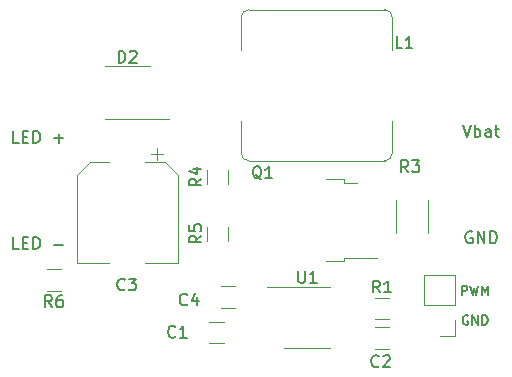
<source format=gbr>
%TF.GenerationSoftware,KiCad,Pcbnew,5.1.6*%
%TF.CreationDate,2020-09-21T04:05:30+02:00*%
%TF.ProjectId,AL8853_Led_driver,414c3838-3533-45f4-9c65-645f64726976,rev?*%
%TF.SameCoordinates,Original*%
%TF.FileFunction,Legend,Top*%
%TF.FilePolarity,Positive*%
%FSLAX46Y46*%
G04 Gerber Fmt 4.6, Leading zero omitted, Abs format (unit mm)*
G04 Created by KiCad (PCBNEW 5.1.6) date 2020-09-21 04:05:30*
%MOMM*%
%LPD*%
G01*
G04 APERTURE LIST*
%ADD10C,0.150000*%
%ADD11C,0.120000*%
G04 APERTURE END LIST*
D10*
X111390476Y-128100000D02*
X111314285Y-128061904D01*
X111200000Y-128061904D01*
X111085714Y-128100000D01*
X111009523Y-128176190D01*
X110971428Y-128252380D01*
X110933333Y-128404761D01*
X110933333Y-128519047D01*
X110971428Y-128671428D01*
X111009523Y-128747619D01*
X111085714Y-128823809D01*
X111200000Y-128861904D01*
X111276190Y-128861904D01*
X111390476Y-128823809D01*
X111428571Y-128785714D01*
X111428571Y-128519047D01*
X111276190Y-128519047D01*
X111771428Y-128861904D02*
X111771428Y-128061904D01*
X112228571Y-128861904D01*
X112228571Y-128061904D01*
X112609523Y-128861904D02*
X112609523Y-128061904D01*
X112800000Y-128061904D01*
X112914285Y-128100000D01*
X112990476Y-128176190D01*
X113028571Y-128252380D01*
X113066666Y-128404761D01*
X113066666Y-128519047D01*
X113028571Y-128671428D01*
X112990476Y-128747619D01*
X112914285Y-128823809D01*
X112800000Y-128861904D01*
X112609523Y-128861904D01*
X110876190Y-126361904D02*
X110876190Y-125561904D01*
X111180952Y-125561904D01*
X111257142Y-125600000D01*
X111295238Y-125638095D01*
X111333333Y-125714285D01*
X111333333Y-125828571D01*
X111295238Y-125904761D01*
X111257142Y-125942857D01*
X111180952Y-125980952D01*
X110876190Y-125980952D01*
X111600000Y-125561904D02*
X111790476Y-126361904D01*
X111942857Y-125790476D01*
X112095238Y-126361904D01*
X112285714Y-125561904D01*
X112590476Y-126361904D02*
X112590476Y-125561904D01*
X112857142Y-126133333D01*
X113123809Y-125561904D01*
X113123809Y-126361904D01*
X73357142Y-113452380D02*
X72880952Y-113452380D01*
X72880952Y-112452380D01*
X73690476Y-112928571D02*
X74023809Y-112928571D01*
X74166666Y-113452380D02*
X73690476Y-113452380D01*
X73690476Y-112452380D01*
X74166666Y-112452380D01*
X74595238Y-113452380D02*
X74595238Y-112452380D01*
X74833333Y-112452380D01*
X74976190Y-112500000D01*
X75071428Y-112595238D01*
X75119047Y-112690476D01*
X75166666Y-112880952D01*
X75166666Y-113023809D01*
X75119047Y-113214285D01*
X75071428Y-113309523D01*
X74976190Y-113404761D01*
X74833333Y-113452380D01*
X74595238Y-113452380D01*
X76357142Y-113071428D02*
X77119047Y-113071428D01*
X76738095Y-113452380D02*
X76738095Y-112690476D01*
X73357142Y-122452380D02*
X72880952Y-122452380D01*
X72880952Y-121452380D01*
X73690476Y-121928571D02*
X74023809Y-121928571D01*
X74166666Y-122452380D02*
X73690476Y-122452380D01*
X73690476Y-121452380D01*
X74166666Y-121452380D01*
X74595238Y-122452380D02*
X74595238Y-121452380D01*
X74833333Y-121452380D01*
X74976190Y-121500000D01*
X75071428Y-121595238D01*
X75119047Y-121690476D01*
X75166666Y-121880952D01*
X75166666Y-122023809D01*
X75119047Y-122214285D01*
X75071428Y-122309523D01*
X74976190Y-122404761D01*
X74833333Y-122452380D01*
X74595238Y-122452380D01*
X76357142Y-122071428D02*
X77119047Y-122071428D01*
X110976190Y-111952380D02*
X111309523Y-112952380D01*
X111642857Y-111952380D01*
X111976190Y-112952380D02*
X111976190Y-111952380D01*
X111976190Y-112333333D02*
X112071428Y-112285714D01*
X112261904Y-112285714D01*
X112357142Y-112333333D01*
X112404761Y-112380952D01*
X112452380Y-112476190D01*
X112452380Y-112761904D01*
X112404761Y-112857142D01*
X112357142Y-112904761D01*
X112261904Y-112952380D01*
X112071428Y-112952380D01*
X111976190Y-112904761D01*
X113309523Y-112952380D02*
X113309523Y-112428571D01*
X113261904Y-112333333D01*
X113166666Y-112285714D01*
X112976190Y-112285714D01*
X112880952Y-112333333D01*
X113309523Y-112904761D02*
X113214285Y-112952380D01*
X112976190Y-112952380D01*
X112880952Y-112904761D01*
X112833333Y-112809523D01*
X112833333Y-112714285D01*
X112880952Y-112619047D01*
X112976190Y-112571428D01*
X113214285Y-112571428D01*
X113309523Y-112523809D01*
X113642857Y-112285714D02*
X114023809Y-112285714D01*
X113785714Y-111952380D02*
X113785714Y-112809523D01*
X113833333Y-112904761D01*
X113928571Y-112952380D01*
X114023809Y-112952380D01*
X111738095Y-121000000D02*
X111642857Y-120952380D01*
X111500000Y-120952380D01*
X111357142Y-121000000D01*
X111261904Y-121095238D01*
X111214285Y-121190476D01*
X111166666Y-121380952D01*
X111166666Y-121523809D01*
X111214285Y-121714285D01*
X111261904Y-121809523D01*
X111357142Y-121904761D01*
X111500000Y-121952380D01*
X111595238Y-121952380D01*
X111738095Y-121904761D01*
X111785714Y-121857142D01*
X111785714Y-121523809D01*
X111595238Y-121523809D01*
X112214285Y-121952380D02*
X112214285Y-120952380D01*
X112785714Y-121952380D01*
X112785714Y-120952380D01*
X113261904Y-121952380D02*
X113261904Y-120952380D01*
X113500000Y-120952380D01*
X113642857Y-121000000D01*
X113738095Y-121095238D01*
X113785714Y-121190476D01*
X113833333Y-121380952D01*
X113833333Y-121523809D01*
X113785714Y-121714285D01*
X113738095Y-121809523D01*
X113642857Y-121904761D01*
X113500000Y-121952380D01*
X113261904Y-121952380D01*
D11*
%TO.C,U1*%
X97790000Y-130830000D02*
X99740000Y-130830000D01*
X97790000Y-130830000D02*
X95840000Y-130830000D01*
X97790000Y-125710000D02*
X99740000Y-125710000D01*
X97790000Y-125710000D02*
X94340000Y-125710000D01*
%TO.C,J2*%
X110330000Y-124630000D02*
X107670000Y-124630000D01*
X110330000Y-127230000D02*
X110330000Y-124630000D01*
X107670000Y-127230000D02*
X107670000Y-124630000D01*
X110330000Y-127230000D02*
X107670000Y-127230000D01*
X110330000Y-128500000D02*
X110330000Y-129830000D01*
X110330000Y-129830000D02*
X109000000Y-129830000D01*
%TO.C,R1*%
X103497936Y-128410000D02*
X104702064Y-128410000D01*
X103497936Y-126590000D02*
X104702064Y-126590000D01*
%TO.C,R6*%
X76932064Y-124185000D02*
X75727936Y-124185000D01*
X76932064Y-126005000D02*
X75727936Y-126005000D01*
%TO.C,R5*%
X91080000Y-121757064D02*
X91080000Y-120552936D01*
X89260000Y-121757064D02*
X89260000Y-120552936D01*
%TO.C,R4*%
X91080000Y-116937064D02*
X91080000Y-115732936D01*
X89260000Y-116937064D02*
X89260000Y-115732936D01*
%TO.C,R3*%
X105320000Y-118267936D02*
X105320000Y-121072064D01*
X108040000Y-118267936D02*
X108040000Y-121072064D01*
%TO.C,Q1*%
X100895000Y-116835000D02*
X101995000Y-116835000D01*
X100895000Y-116565000D02*
X100895000Y-116835000D01*
X99395000Y-116565000D02*
X100895000Y-116565000D01*
X100895000Y-123195000D02*
X103725000Y-123195000D01*
X100895000Y-123465000D02*
X100895000Y-123195000D01*
X99395000Y-123465000D02*
X100895000Y-123465000D01*
%TO.C,L1*%
X92190000Y-105585000D02*
X92190000Y-102835000D01*
X104990000Y-105585000D02*
X104990000Y-102835000D01*
X92190000Y-114335000D02*
X92190000Y-111585000D01*
X92840000Y-102185000D02*
X104340000Y-102185000D01*
X104990000Y-114335000D02*
X104990000Y-111585000D01*
X104340000Y-114985000D02*
X92840000Y-114985000D01*
X92840000Y-114985000D02*
G75*
G02*
X92190000Y-114335000I0J650000D01*
G01*
X92190000Y-102835000D02*
G75*
G02*
X92840000Y-102185000I650000J0D01*
G01*
X104340000Y-102185000D02*
G75*
G02*
X104990000Y-102835000I0J-650000D01*
G01*
X104990000Y-114335000D02*
G75*
G02*
X104340000Y-114985000I-650000J0D01*
G01*
%TO.C,D2*%
X80650000Y-106960000D02*
X84450000Y-106960000D01*
X80650000Y-111480000D02*
X86050000Y-111480000D01*
%TO.C,C4*%
X91702064Y-125590000D02*
X90497936Y-125590000D01*
X91702064Y-127410000D02*
X90497936Y-127410000D01*
%TO.C,C3*%
X85560000Y-114380000D02*
X84560000Y-114380000D01*
X85060000Y-113880000D02*
X85060000Y-114880000D01*
X79354437Y-115120000D02*
X78290000Y-116184437D01*
X85745563Y-115120000D02*
X86810000Y-116184437D01*
X85745563Y-115120000D02*
X84060000Y-115120000D01*
X79354437Y-115120000D02*
X81040000Y-115120000D01*
X78290000Y-116184437D02*
X78290000Y-123640000D01*
X86810000Y-116184437D02*
X86810000Y-123640000D01*
X86810000Y-123640000D02*
X84060000Y-123640000D01*
X78290000Y-123640000D02*
X81040000Y-123640000D01*
%TO.C,C2*%
X103497936Y-130910000D02*
X104702064Y-130910000D01*
X103497936Y-129090000D02*
X104702064Y-129090000D01*
%TO.C,C1*%
X90702064Y-128630000D02*
X89497936Y-128630000D01*
X90702064Y-130450000D02*
X89497936Y-130450000D01*
%TO.C,U1*%
D10*
X97028095Y-124322380D02*
X97028095Y-125131904D01*
X97075714Y-125227142D01*
X97123333Y-125274761D01*
X97218571Y-125322380D01*
X97409047Y-125322380D01*
X97504285Y-125274761D01*
X97551904Y-125227142D01*
X97599523Y-125131904D01*
X97599523Y-124322380D01*
X98599523Y-125322380D02*
X98028095Y-125322380D01*
X98313809Y-125322380D02*
X98313809Y-124322380D01*
X98218571Y-124465238D01*
X98123333Y-124560476D01*
X98028095Y-124608095D01*
%TO.C,R1*%
X103933333Y-126132380D02*
X103600000Y-125656190D01*
X103361904Y-126132380D02*
X103361904Y-125132380D01*
X103742857Y-125132380D01*
X103838095Y-125180000D01*
X103885714Y-125227619D01*
X103933333Y-125322857D01*
X103933333Y-125465714D01*
X103885714Y-125560952D01*
X103838095Y-125608571D01*
X103742857Y-125656190D01*
X103361904Y-125656190D01*
X104885714Y-126132380D02*
X104314285Y-126132380D01*
X104600000Y-126132380D02*
X104600000Y-125132380D01*
X104504761Y-125275238D01*
X104409523Y-125370476D01*
X104314285Y-125418095D01*
%TO.C,R6*%
X76163333Y-127367380D02*
X75830000Y-126891190D01*
X75591904Y-127367380D02*
X75591904Y-126367380D01*
X75972857Y-126367380D01*
X76068095Y-126415000D01*
X76115714Y-126462619D01*
X76163333Y-126557857D01*
X76163333Y-126700714D01*
X76115714Y-126795952D01*
X76068095Y-126843571D01*
X75972857Y-126891190D01*
X75591904Y-126891190D01*
X77020476Y-126367380D02*
X76830000Y-126367380D01*
X76734761Y-126415000D01*
X76687142Y-126462619D01*
X76591904Y-126605476D01*
X76544285Y-126795952D01*
X76544285Y-127176904D01*
X76591904Y-127272142D01*
X76639523Y-127319761D01*
X76734761Y-127367380D01*
X76925238Y-127367380D01*
X77020476Y-127319761D01*
X77068095Y-127272142D01*
X77115714Y-127176904D01*
X77115714Y-126938809D01*
X77068095Y-126843571D01*
X77020476Y-126795952D01*
X76925238Y-126748333D01*
X76734761Y-126748333D01*
X76639523Y-126795952D01*
X76591904Y-126843571D01*
X76544285Y-126938809D01*
%TO.C,R5*%
X88802380Y-121321666D02*
X88326190Y-121655000D01*
X88802380Y-121893095D02*
X87802380Y-121893095D01*
X87802380Y-121512142D01*
X87850000Y-121416904D01*
X87897619Y-121369285D01*
X87992857Y-121321666D01*
X88135714Y-121321666D01*
X88230952Y-121369285D01*
X88278571Y-121416904D01*
X88326190Y-121512142D01*
X88326190Y-121893095D01*
X87802380Y-120416904D02*
X87802380Y-120893095D01*
X88278571Y-120940714D01*
X88230952Y-120893095D01*
X88183333Y-120797857D01*
X88183333Y-120559761D01*
X88230952Y-120464523D01*
X88278571Y-120416904D01*
X88373809Y-120369285D01*
X88611904Y-120369285D01*
X88707142Y-120416904D01*
X88754761Y-120464523D01*
X88802380Y-120559761D01*
X88802380Y-120797857D01*
X88754761Y-120893095D01*
X88707142Y-120940714D01*
%TO.C,R4*%
X88802380Y-116501666D02*
X88326190Y-116835000D01*
X88802380Y-117073095D02*
X87802380Y-117073095D01*
X87802380Y-116692142D01*
X87850000Y-116596904D01*
X87897619Y-116549285D01*
X87992857Y-116501666D01*
X88135714Y-116501666D01*
X88230952Y-116549285D01*
X88278571Y-116596904D01*
X88326190Y-116692142D01*
X88326190Y-117073095D01*
X88135714Y-115644523D02*
X88802380Y-115644523D01*
X87754761Y-115882619D02*
X88469047Y-116120714D01*
X88469047Y-115501666D01*
%TO.C,R3*%
X106333333Y-115952380D02*
X106000000Y-115476190D01*
X105761904Y-115952380D02*
X105761904Y-114952380D01*
X106142857Y-114952380D01*
X106238095Y-115000000D01*
X106285714Y-115047619D01*
X106333333Y-115142857D01*
X106333333Y-115285714D01*
X106285714Y-115380952D01*
X106238095Y-115428571D01*
X106142857Y-115476190D01*
X105761904Y-115476190D01*
X106666666Y-114952380D02*
X107285714Y-114952380D01*
X106952380Y-115333333D01*
X107095238Y-115333333D01*
X107190476Y-115380952D01*
X107238095Y-115428571D01*
X107285714Y-115523809D01*
X107285714Y-115761904D01*
X107238095Y-115857142D01*
X107190476Y-115904761D01*
X107095238Y-115952380D01*
X106809523Y-115952380D01*
X106714285Y-115904761D01*
X106666666Y-115857142D01*
%TO.C,Q1*%
X93904761Y-116547619D02*
X93809523Y-116500000D01*
X93714285Y-116404761D01*
X93571428Y-116261904D01*
X93476190Y-116214285D01*
X93380952Y-116214285D01*
X93428571Y-116452380D02*
X93333333Y-116404761D01*
X93238095Y-116309523D01*
X93190476Y-116119047D01*
X93190476Y-115785714D01*
X93238095Y-115595238D01*
X93333333Y-115500000D01*
X93428571Y-115452380D01*
X93619047Y-115452380D01*
X93714285Y-115500000D01*
X93809523Y-115595238D01*
X93857142Y-115785714D01*
X93857142Y-116119047D01*
X93809523Y-116309523D01*
X93714285Y-116404761D01*
X93619047Y-116452380D01*
X93428571Y-116452380D01*
X94809523Y-116452380D02*
X94238095Y-116452380D01*
X94523809Y-116452380D02*
X94523809Y-115452380D01*
X94428571Y-115595238D01*
X94333333Y-115690476D01*
X94238095Y-115738095D01*
%TO.C,L1*%
X105833333Y-105452380D02*
X105357142Y-105452380D01*
X105357142Y-104452380D01*
X106690476Y-105452380D02*
X106119047Y-105452380D01*
X106404761Y-105452380D02*
X106404761Y-104452380D01*
X106309523Y-104595238D01*
X106214285Y-104690476D01*
X106119047Y-104738095D01*
%TO.C,D2*%
X81811904Y-106672380D02*
X81811904Y-105672380D01*
X82050000Y-105672380D01*
X82192857Y-105720000D01*
X82288095Y-105815238D01*
X82335714Y-105910476D01*
X82383333Y-106100952D01*
X82383333Y-106243809D01*
X82335714Y-106434285D01*
X82288095Y-106529523D01*
X82192857Y-106624761D01*
X82050000Y-106672380D01*
X81811904Y-106672380D01*
X82764285Y-105767619D02*
X82811904Y-105720000D01*
X82907142Y-105672380D01*
X83145238Y-105672380D01*
X83240476Y-105720000D01*
X83288095Y-105767619D01*
X83335714Y-105862857D01*
X83335714Y-105958095D01*
X83288095Y-106100952D01*
X82716666Y-106672380D01*
X83335714Y-106672380D01*
%TO.C,C4*%
X87623333Y-127127142D02*
X87575714Y-127174761D01*
X87432857Y-127222380D01*
X87337619Y-127222380D01*
X87194761Y-127174761D01*
X87099523Y-127079523D01*
X87051904Y-126984285D01*
X87004285Y-126793809D01*
X87004285Y-126650952D01*
X87051904Y-126460476D01*
X87099523Y-126365238D01*
X87194761Y-126270000D01*
X87337619Y-126222380D01*
X87432857Y-126222380D01*
X87575714Y-126270000D01*
X87623333Y-126317619D01*
X88480476Y-126555714D02*
X88480476Y-127222380D01*
X88242380Y-126174761D02*
X88004285Y-126889047D01*
X88623333Y-126889047D01*
%TO.C,C3*%
X82333333Y-125857142D02*
X82285714Y-125904761D01*
X82142857Y-125952380D01*
X82047619Y-125952380D01*
X81904761Y-125904761D01*
X81809523Y-125809523D01*
X81761904Y-125714285D01*
X81714285Y-125523809D01*
X81714285Y-125380952D01*
X81761904Y-125190476D01*
X81809523Y-125095238D01*
X81904761Y-125000000D01*
X82047619Y-124952380D01*
X82142857Y-124952380D01*
X82285714Y-125000000D01*
X82333333Y-125047619D01*
X82666666Y-124952380D02*
X83285714Y-124952380D01*
X82952380Y-125333333D01*
X83095238Y-125333333D01*
X83190476Y-125380952D01*
X83238095Y-125428571D01*
X83285714Y-125523809D01*
X83285714Y-125761904D01*
X83238095Y-125857142D01*
X83190476Y-125904761D01*
X83095238Y-125952380D01*
X82809523Y-125952380D01*
X82714285Y-125904761D01*
X82666666Y-125857142D01*
%TO.C,C2*%
X103833333Y-132357142D02*
X103785714Y-132404761D01*
X103642857Y-132452380D01*
X103547619Y-132452380D01*
X103404761Y-132404761D01*
X103309523Y-132309523D01*
X103261904Y-132214285D01*
X103214285Y-132023809D01*
X103214285Y-131880952D01*
X103261904Y-131690476D01*
X103309523Y-131595238D01*
X103404761Y-131500000D01*
X103547619Y-131452380D01*
X103642857Y-131452380D01*
X103785714Y-131500000D01*
X103833333Y-131547619D01*
X104214285Y-131547619D02*
X104261904Y-131500000D01*
X104357142Y-131452380D01*
X104595238Y-131452380D01*
X104690476Y-131500000D01*
X104738095Y-131547619D01*
X104785714Y-131642857D01*
X104785714Y-131738095D01*
X104738095Y-131880952D01*
X104166666Y-132452380D01*
X104785714Y-132452380D01*
%TO.C,C1*%
X86623333Y-129857142D02*
X86575714Y-129904761D01*
X86432857Y-129952380D01*
X86337619Y-129952380D01*
X86194761Y-129904761D01*
X86099523Y-129809523D01*
X86051904Y-129714285D01*
X86004285Y-129523809D01*
X86004285Y-129380952D01*
X86051904Y-129190476D01*
X86099523Y-129095238D01*
X86194761Y-129000000D01*
X86337619Y-128952380D01*
X86432857Y-128952380D01*
X86575714Y-129000000D01*
X86623333Y-129047619D01*
X87575714Y-129952380D02*
X87004285Y-129952380D01*
X87290000Y-129952380D02*
X87290000Y-128952380D01*
X87194761Y-129095238D01*
X87099523Y-129190476D01*
X87004285Y-129238095D01*
%TD*%
M02*

</source>
